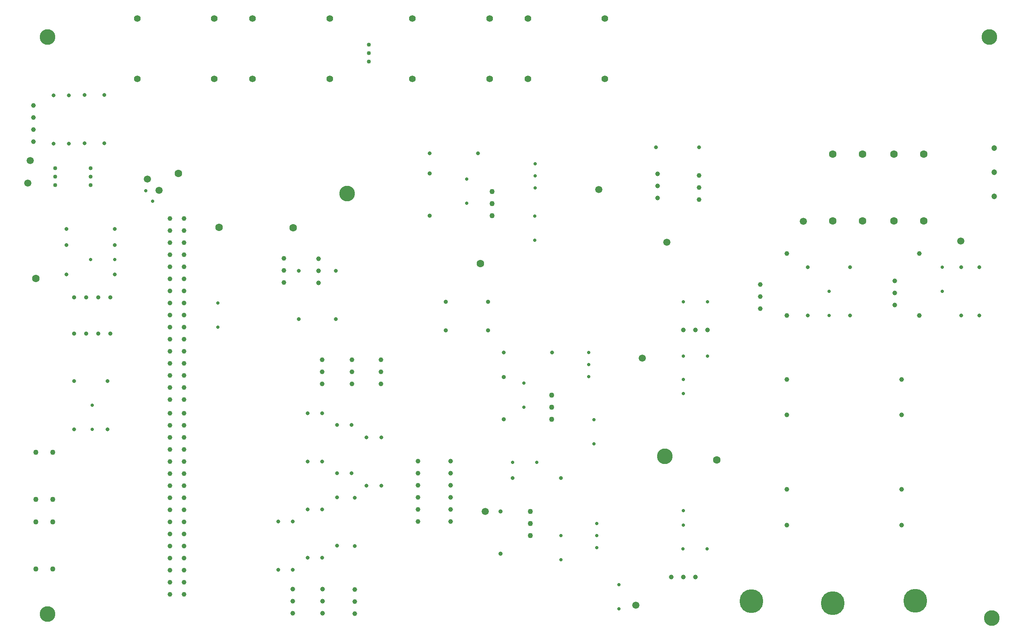
<source format=gbr>
%TF.GenerationSoftware,Altium Limited,Altium Designer,24.10.1 (45)*%
G04 Layer_Color=0*
%FSLAX45Y45*%
%MOMM*%
%TF.SameCoordinates,38DBCD4E-7E83-4607-9FCA-708DEC94F610*%
%TF.FilePolarity,Positive*%
%TF.FileFunction,Plated,1,2,PTH,Drill*%
%TF.Part,Single*%
G01*
G75*
%TA.AperFunction,ComponentDrill*%
%ADD43C,0.80000*%
%ADD44C,0.80000*%
%ADD45C,1.50000*%
%ADD46C,0.70000*%
%ADD47C,0.70000*%
%ADD48C,1.40000*%
%ADD49C,0.85000*%
%ADD50C,1.00000*%
%ADD51C,0.90000*%
%ADD52C,1.00000*%
%ADD53C,1.10000*%
%ADD54C,5.00000*%
%ADD55C,3.30000*%
%ADD56C,1.60000*%
%ADD57C,0.90000*%
%ADD58C,1.00000*%
%ADD59C,0.71000*%
%ADD60C,1.20000*%
%TA.AperFunction,ViaDrill,NotFilled*%
%ADD61C,1.60020*%
%ADD62C,0.71120*%
D43*
X8975066Y7431305D02*
D03*
Y6415305D02*
D03*
X9593602Y7186328D02*
D03*
Y6170328D02*
D03*
X10212137Y6923287D02*
D03*
Y5907287D02*
D03*
X9284334Y4639640D02*
D03*
Y5655640D02*
D03*
X9653505Y4637930D02*
D03*
Y5653930D02*
D03*
X8665799Y4384986D02*
D03*
Y5400986D02*
D03*
X8975066D02*
D03*
Y4384986D02*
D03*
X8047264Y4130629D02*
D03*
Y5146629D02*
D03*
X8356531Y4130629D02*
D03*
Y5146629D02*
D03*
X22412021Y10503606D02*
D03*
Y9487606D02*
D03*
X22785594D02*
D03*
Y10503606D02*
D03*
X9259895Y9412072D02*
D03*
Y10428072D02*
D03*
X4395427Y13106927D02*
D03*
Y14122926D02*
D03*
X3973281Y13107550D02*
D03*
Y14123550D02*
D03*
X3645289Y13101083D02*
D03*
Y14117084D02*
D03*
X3327645Y13101083D02*
D03*
Y14117084D02*
D03*
X8483492Y9408650D02*
D03*
Y10424650D02*
D03*
X4458520Y8107948D02*
D03*
Y7091948D02*
D03*
X3760020Y8107948D02*
D03*
Y7091948D02*
D03*
X20068372Y9487606D02*
D03*
Y10503606D02*
D03*
X9284334Y6170328D02*
D03*
Y7186328D02*
D03*
X9902869Y5907287D02*
D03*
Y6923287D02*
D03*
X8665799Y6415305D02*
D03*
Y7431305D02*
D03*
X19181842Y10503606D02*
D03*
Y9487606D02*
D03*
D44*
X12972742Y6068294D02*
D03*
X13988741D02*
D03*
X16893124Y13025729D02*
D03*
X15993124D02*
D03*
X11230685Y12895683D02*
D03*
X12246685D02*
D03*
X4608093Y10963020D02*
D03*
X3592093D02*
D03*
Y10349187D02*
D03*
X4608093D02*
D03*
X3592093Y11301687D02*
D03*
X4608093D02*
D03*
X12788652Y8708737D02*
D03*
X13804652D02*
D03*
D45*
X12398340Y5363226D02*
D03*
X2831469Y12741185D02*
D03*
X2786067Y12274793D02*
D03*
X5294603Y12358356D02*
D03*
X5545382Y12115986D02*
D03*
X22399271Y11055294D02*
D03*
X19085831Y11466072D02*
D03*
X16217114Y11029136D02*
D03*
X15568040Y3388487D02*
D03*
X14792416Y12132650D02*
D03*
X15704190Y8586509D02*
D03*
D46*
X16562537Y7843391D02*
D03*
Y8143391D02*
D03*
X13444908Y11573650D02*
D03*
Y11065650D02*
D03*
X12014503Y11848749D02*
D03*
Y12356749D02*
D03*
X16562537Y5378129D02*
D03*
Y5078129D02*
D03*
X15210600Y3313067D02*
D03*
Y3821067D02*
D03*
X4141020Y7091948D02*
D03*
Y7599948D02*
D03*
X13217401Y8062905D02*
D03*
Y7554905D02*
D03*
X13988741Y4857243D02*
D03*
Y4349243D02*
D03*
X14683247Y6782818D02*
D03*
Y7290818D02*
D03*
X22007452Y10503606D02*
D03*
Y9995606D02*
D03*
X6782512Y9242582D02*
D03*
Y9750582D02*
D03*
X19633707Y9487606D02*
D03*
Y9995606D02*
D03*
D47*
X4608093Y10665794D02*
D03*
X4100093D02*
D03*
X12972742Y6396226D02*
D03*
X13480740D02*
D03*
X16560474Y4574394D02*
D03*
X17068472D02*
D03*
X16566002Y9770320D02*
D03*
X17074002D02*
D03*
X17070537Y8634372D02*
D03*
X16562537D02*
D03*
D48*
X10867705Y14461162D02*
D03*
X12490706D02*
D03*
Y15731161D02*
D03*
X10867705D02*
D03*
X7510486Y14461162D02*
D03*
X9133486D02*
D03*
Y15731161D02*
D03*
X7510486D02*
D03*
X13294505D02*
D03*
X14917506D02*
D03*
Y14461162D02*
D03*
X13294505D02*
D03*
X5083686Y15731161D02*
D03*
X6706686D02*
D03*
Y14461162D02*
D03*
X5083686D02*
D03*
D49*
X4102531Y12585028D02*
D03*
Y12407228D02*
D03*
Y12229428D02*
D03*
X3358001Y12228736D02*
D03*
Y12406536D02*
D03*
Y12584336D02*
D03*
X9950755Y15179285D02*
D03*
Y15001483D02*
D03*
Y14823685D02*
D03*
D50*
X8891992Y10682878D02*
D03*
Y10428878D02*
D03*
Y10174878D02*
D03*
X2903203Y13904382D02*
D03*
Y13650381D02*
D03*
Y13396382D02*
D03*
Y13142381D02*
D03*
X11670255Y5150890D02*
D03*
Y5404890D02*
D03*
Y5658890D02*
D03*
Y5912890D02*
D03*
Y6166890D02*
D03*
Y6420890D02*
D03*
X10982576Y6423302D02*
D03*
Y6169302D02*
D03*
Y5915302D02*
D03*
Y5661302D02*
D03*
Y5407302D02*
D03*
Y5153302D02*
D03*
X16892841Y11921231D02*
D03*
Y12175231D02*
D03*
Y12429231D02*
D03*
X18186887Y10137253D02*
D03*
Y9883253D02*
D03*
Y9629253D02*
D03*
X16025175Y11959286D02*
D03*
Y12213286D02*
D03*
Y12467286D02*
D03*
X21531319Y9487606D02*
D03*
Y10787606D02*
D03*
X18739145Y9487606D02*
D03*
Y10787606D02*
D03*
Y7393391D02*
D03*
Y8143391D02*
D03*
X21159225Y7393391D02*
D03*
Y8143391D02*
D03*
X8171474Y10684564D02*
D03*
Y10430564D02*
D03*
Y10176564D02*
D03*
X5775402Y10512582D02*
D03*
Y10258582D02*
D03*
Y10004582D02*
D03*
Y7718582D02*
D03*
Y7972582D02*
D03*
Y8226582D02*
D03*
Y8480582D02*
D03*
Y8734582D02*
D03*
Y8988582D02*
D03*
Y9242582D02*
D03*
Y9496582D02*
D03*
Y9750582D02*
D03*
Y10766582D02*
D03*
Y11020582D02*
D03*
Y11274582D02*
D03*
Y11528582D02*
D03*
X6067506Y10512582D02*
D03*
Y10258582D02*
D03*
Y10004582D02*
D03*
Y7718582D02*
D03*
Y7972582D02*
D03*
Y8226582D02*
D03*
Y8480582D02*
D03*
Y8734582D02*
D03*
Y8988582D02*
D03*
Y9242582D02*
D03*
Y9496582D02*
D03*
Y9750582D02*
D03*
Y10766582D02*
D03*
Y11020582D02*
D03*
Y11274582D02*
D03*
Y11528582D02*
D03*
X9657615Y3213171D02*
D03*
Y3467171D02*
D03*
Y3721171D02*
D03*
X8977397Y3220892D02*
D03*
Y3474892D02*
D03*
Y3728892D02*
D03*
X9595062Y8552133D02*
D03*
Y8298133D02*
D03*
Y8044133D02*
D03*
X8971842Y8552133D02*
D03*
Y8298133D02*
D03*
Y8044133D02*
D03*
X10210212Y8552133D02*
D03*
Y8298133D02*
D03*
Y8044133D02*
D03*
X8356374Y3220892D02*
D03*
Y3474892D02*
D03*
Y3728892D02*
D03*
X6067506Y6415530D02*
D03*
Y6161530D02*
D03*
Y5907530D02*
D03*
Y3621530D02*
D03*
Y3875530D02*
D03*
Y4129530D02*
D03*
Y4383530D02*
D03*
Y4637530D02*
D03*
Y4891530D02*
D03*
Y5145530D02*
D03*
Y5399530D02*
D03*
Y5653530D02*
D03*
Y6669530D02*
D03*
Y6923530D02*
D03*
Y7177530D02*
D03*
Y7431530D02*
D03*
X5775402Y6415530D02*
D03*
Y6161530D02*
D03*
Y5907530D02*
D03*
Y3621530D02*
D03*
Y3875530D02*
D03*
Y4129530D02*
D03*
Y4383530D02*
D03*
Y4637530D02*
D03*
Y4891530D02*
D03*
Y5145530D02*
D03*
Y5399530D02*
D03*
Y5653530D02*
D03*
Y6669530D02*
D03*
Y6923530D02*
D03*
Y7177530D02*
D03*
Y7431530D02*
D03*
X18739145Y5828129D02*
D03*
Y5078129D02*
D03*
X21159225Y5828129D02*
D03*
Y5078129D02*
D03*
X21008287Y9707291D02*
D03*
Y9961291D02*
D03*
Y10215291D02*
D03*
D51*
X11230685Y12473551D02*
D03*
Y11583551D02*
D03*
X12788652Y7303402D02*
D03*
Y8193402D02*
D03*
X12723059Y5362393D02*
D03*
Y4472393D02*
D03*
X4522020Y9865075D02*
D03*
X4268020D02*
D03*
X4014020D02*
D03*
X3760020D02*
D03*
X4522020Y9103075D02*
D03*
X4268020D02*
D03*
X4014020D02*
D03*
X3760020D02*
D03*
D52*
X16816537Y9180919D02*
D03*
X17070537D02*
D03*
X16562537D02*
D03*
D53*
X3310572Y6603271D02*
D03*
X2950572D02*
D03*
X3310572Y5613270D02*
D03*
X2950572D02*
D03*
X3310572Y5143013D02*
D03*
X2950572D02*
D03*
X3310572Y4153013D02*
D03*
X2950572D02*
D03*
X12547115Y12091551D02*
D03*
Y11837551D02*
D03*
Y11583551D02*
D03*
X13797380Y7808546D02*
D03*
Y7554546D02*
D03*
Y7300546D02*
D03*
X13345255Y5364906D02*
D03*
Y5110906D02*
D03*
Y4856906D02*
D03*
D54*
X19703249Y3432533D02*
D03*
X21446046Y3484149D02*
D03*
X17997881Y3474425D02*
D03*
D55*
X9492415Y12051890D02*
D03*
X16180994Y6524125D02*
D03*
X23052298Y3122038D02*
D03*
X22999699Y15341600D02*
D03*
X3200400Y3200400D02*
D03*
Y15341600D02*
D03*
D56*
X20993301Y12878419D02*
D03*
Y11478420D02*
D03*
X21621164D02*
D03*
Y12878419D02*
D03*
X19709229D02*
D03*
Y11478420D02*
D03*
X20337090D02*
D03*
Y12878419D02*
D03*
D57*
X12457375Y9769421D02*
D03*
X11567375D02*
D03*
Y9169877D02*
D03*
X12457375D02*
D03*
D58*
X16308537Y3978081D02*
D03*
X16562537D02*
D03*
X16816537D02*
D03*
D59*
X13448735Y12172766D02*
D03*
Y12426766D02*
D03*
Y12680766D02*
D03*
X14749144Y4603243D02*
D03*
Y4857243D02*
D03*
Y5111243D02*
D03*
X14574258Y8199787D02*
D03*
Y8453787D02*
D03*
Y8707787D02*
D03*
D60*
X23104001Y12497997D02*
D03*
Y11990497D02*
D03*
Y13005498D02*
D03*
D61*
X8362246Y11333210D02*
D03*
X2950895Y10262312D02*
D03*
X5949697Y12475348D02*
D03*
X6803940Y11336803D02*
D03*
X17264894Y6443036D02*
D03*
X12299273Y10574831D02*
D03*
D62*
X5409585Y11892078D02*
D03*
X5265144Y12112302D02*
D03*
%TF.MD5,3abb9275715054f80b9e57d165bd165d*%
M02*

</source>
